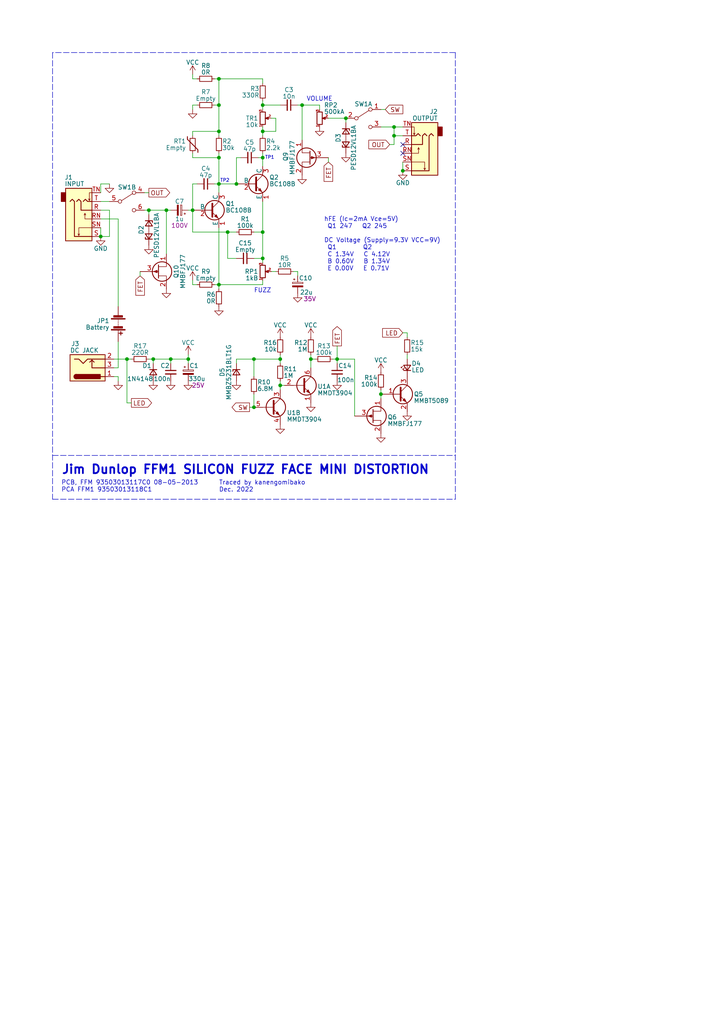
<source format=kicad_sch>
(kicad_sch (version 20211123) (generator eeschema)
  (paper "A4" portrait)
  (lib_symbols
    (symbol "AudioJack3_Switch_1"
      (property "Reference" "JK2" (at -5.3975 12.065 0))
      (property "Value" "AudioJack3_Switch_1" (at -5.3975 10.16 0))
      (symbol "AudioJack3_Switch_1_0_1"
        (rectangle (start -5.08 -5.08) (end -6.35 -7.62) (stroke (width 0.254)) (fill (type outline)))
        (polyline (pts (xy -1.27 4.826) (xy -1.016 4.318)))
        (polyline (pts (xy 0.508 -1.651) (xy 0.254 -1.143)))
        (polyline (pts (xy 1.778 -5.334) (xy 2.032 -5.842)))
        (polyline (pts (xy 0 -5.08) (xy 0.635 -5.715) (xy 1.27 -5.08) (xy 2.54 -5.08)) (stroke (width 0.254)))
        (polyline (pts (xy 2.54 -7.62) (xy 1.778 -7.62) (xy 1.778 -5.334) (xy 1.524 -5.842)))
        (polyline (pts (xy 2.54 0) (xy 0.508 0) (xy 0.508 -1.651) (xy 0.762 -1.143)))
        (polyline (pts (xy 2.54 2.54) (xy -1.27 2.54) (xy -1.27 4.826) (xy -1.524 4.318)))
        (polyline (pts (xy -1.905 -5.08) (xy -1.27 -5.715) (xy -0.635 -5.08) (xy -0.635 -2.54) (xy 2.54 -2.54)) (stroke (width 0.254)))
        (polyline (pts (xy 2.54 5.08) (xy -2.54 5.08) (xy -2.54 -5.08) (xy -3.175 -5.715) (xy -3.81 -5.08)) (stroke (width 0.254)))
        (rectangle (start 2.54 6.35) (end -5.08 -8.89) (stroke (width 0.254)) (fill (type background)))
      )
      (symbol "AudioJack3_Switch_1_1_1"
        (pin passive line (at 5.08 -2.54 180) (length 2.54) (name "~") (number "R"))
        (pin passive line (at 5.08 0 180) (length 2.54) (name "~") (number "RN"))
        (pin passive line (at 5.08 5.08 180) (length 2.54) (name "~") (number "S"))
        (pin passive line (at 5.08 2.54 180) (length 2.54) (name "~") (number "SN"))
        (pin passive line (at 5.08 -5.08 180) (length 2.54) (name "~") (number "T"))
        (pin passive line (at 5.08 -7.62 180) (length 2.54) (name "~") (number "TN"))
      )
    )
    (symbol "Connector:Barrel_Jack_Switch" (pin_names hide)
      (property "Reference" "J" (at 0 5.334 0))
      (property "Value" "Barrel_Jack_Switch" (at 0 -5.08 0))
      (symbol "Barrel_Jack_Switch_0_1"
        (rectangle (start -5.08 3.81) (end 5.08 -3.81) (stroke (width 0.254)) (fill (type background)))
        (arc (start -3.302 3.175) (mid -3.937 2.54) (end -3.302 1.905) (stroke (width 0.254)))
        (arc (start -3.302 3.175) (mid -3.937 2.54) (end -3.302 1.905) (stroke (width 0.254)) (fill (type outline)))
        (polyline (pts (xy 1.27 -2.286) (xy 1.905 -1.651)) (stroke (width 0.254)))
        (polyline (pts (xy 5.08 2.54) (xy 3.81 2.54)) (stroke (width 0.254)))
        (polyline (pts (xy 5.08 0) (xy 1.27 0) (xy 1.27 -2.286) (xy 0.635 -1.651)) (stroke (width 0.254)))
        (polyline (pts (xy -3.81 -2.54) (xy -2.54 -2.54) (xy -1.27 -1.27) (xy 0 -2.54) (xy 2.54 -2.54) (xy 5.08 -2.54)) (stroke (width 0.254)))
        (rectangle (start 3.683 3.175) (end -3.302 1.905) (stroke (width 0.254)) (fill (type outline)))
      )
      (symbol "Barrel_Jack_Switch_1_1"
        (pin passive line (at 7.62 2.54 180) (length 2.54) (name "~") (number "1"))
        (pin passive line (at 7.62 -2.54 180) (length 2.54) (name "~") (number "2"))
        (pin passive line (at 7.62 0 180) (length 2.54) (name "~") (number "3"))
      )
    )
    (symbol "Device:Battery" (pin_numbers hide) (pin_names (offset 0) hide)
      (property "Reference" "BT" (at 2.54 2.54 0))
      (property "Value" "Battery" (at 2.54 0 0))
      (symbol "Battery_0_1"
        (rectangle (start -2.032 -1.397) (end 2.032 -1.651) (fill (type outline)))
        (rectangle (start -2.032 1.778) (end 2.032 1.524) (fill (type outline)))
        (rectangle (start -1.3208 -1.9812) (end 1.27 -2.4892) (fill (type outline)))
        (rectangle (start -1.3208 1.1938) (end 1.27 0.6858) (fill (type outline)))
        (polyline (pts (xy 0 -1.524) (xy 0 -1.27)))
        (polyline (pts (xy 0 -1.016) (xy 0 -0.762)))
        (polyline (pts (xy 0 -0.508) (xy 0 -0.254)))
        (polyline (pts (xy 0 0) (xy 0 0.254)))
        (polyline (pts (xy 0 0.508) (xy 0 0.762)))
        (polyline (pts (xy 0 1.778) (xy 0 2.54)))
        (polyline (pts (xy 0.254 2.667) (xy 1.27 2.667)) (stroke (width 0.254)))
        (polyline (pts (xy 0.762 3.175) (xy 0.762 2.159)) (stroke (width 0.254)))
      )
      (symbol "Battery_1_1"
        (pin passive line (at 0 5.08 270) (length 2.54) (name "+") (number "1"))
        (pin passive line (at 0 -5.08 90) (length 2.54) (name "-") (number "2"))
      )
    )
    (symbol "Device:C_Polarized_Small" (pin_numbers hide) (pin_names (offset 0.254) hide)
      (property "Reference" "C" (at 0.254 1.778 0))
      (property "Value" "C_Polarized_Small" (at 0.254 -2.032 0))
      (symbol "C_Polarized_Small_0_1"
        (rectangle (start -1.524 -0.3048) (end 1.524 -0.6858) (fill (type outline)))
        (rectangle (start -1.524 0.6858) (end 1.524 0.3048))
        (polyline (pts (xy -1.27 1.524) (xy -0.762 1.524)))
        (polyline (pts (xy -1.016 1.27) (xy -1.016 1.778)))
      )
      (symbol "C_Polarized_Small_1_1"
        (pin passive line (at 0 2.54 270) (length 1.8542) (name "~") (number "1"))
        (pin passive line (at 0 -2.54 90) (length 1.8542) (name "~") (number "2"))
      )
    )
    (symbol "Device:C_Small" (pin_numbers hide) (pin_names (offset 0.254) hide)
      (property "Reference" "C" (at 0.254 1.778 0))
      (property "Value" "C_Small" (at 0.254 -2.032 0))
      (symbol "C_Small_0_1"
        (polyline (pts (xy -1.524 -0.508) (xy 1.524 -0.508)) (stroke (width 0.3302)))
        (polyline (pts (xy -1.524 0.508) (xy 1.524 0.508)) (stroke (width 0.3048)))
      )
      (symbol "C_Small_1_1"
        (pin passive line (at 0 2.54 270) (length 2.032) (name "~") (number "1"))
        (pin passive line (at 0 -2.54 90) (length 2.032) (name "~") (number "2"))
      )
    )
    (symbol "Device:D_Small" (pin_numbers hide) (pin_names (offset 0.254) hide)
      (property "Reference" "D" (at -1.27 2.032 0))
      (property "Value" "D_Small" (at -3.81 -2.032 0))
      (symbol "D_Small_0_1"
        (polyline (pts (xy -0.762 -1.016) (xy -0.762 1.016)) (stroke (width 0.254)))
        (polyline (pts (xy -0.762 0) (xy 0.762 0)))
        (polyline (pts (xy 0.762 -1.016) (xy -0.762 0) (xy 0.762 1.016) (xy 0.762 -1.016)) (stroke (width 0.254)))
      )
      (symbol "D_Small_1_1"
        (pin passive line (at -2.54 0 0) (length 1.778) (name "K") (number "1"))
        (pin passive line (at 2.54 0 180) (length 1.778) (name "A") (number "2"))
      )
    )
    (symbol "Device:D_Zener_Small" (pin_numbers hide) (pin_names (offset 0.254) hide)
      (property "Reference" "D" (at 0 2.286 0))
      (property "Value" "D_Zener_Small" (at 0 -2.286 0))
      (symbol "D_Zener_Small_0_1"
        (polyline (pts (xy 0.762 0) (xy -0.762 0)))
        (polyline (pts (xy -0.254 1.016) (xy -0.762 1.016) (xy -0.762 -1.016)) (stroke (width 0.254)))
        (polyline (pts (xy 0.762 1.016) (xy -0.762 0) (xy 0.762 -1.016) (xy 0.762 1.016)) (stroke (width 0.254)))
      )
      (symbol "D_Zener_Small_1_1"
        (pin passive line (at -2.54 0 0) (length 1.778) (name "K") (number "1"))
        (pin passive line (at 2.54 0 180) (length 1.778) (name "A") (number "2"))
      )
    )
    (symbol "Device:LED_Small" (pin_numbers hide) (pin_names (offset 0.254) hide)
      (property "Reference" "D" (at -1.27 3.175 0))
      (property "Value" "LED_Small" (at -4.445 -2.54 0))
      (symbol "LED_Small_0_1"
        (polyline (pts (xy -0.762 -1.016) (xy -0.762 1.016)) (stroke (width 0.254)))
        (polyline (pts (xy 1.016 0) (xy -0.762 0)))
        (polyline (pts (xy 0.762 -1.016) (xy -0.762 0) (xy 0.762 1.016) (xy 0.762 -1.016)) (stroke (width 0.254)))
        (polyline (pts (xy 0 0.762) (xy -0.508 1.27) (xy -0.254 1.27) (xy -0.508 1.27) (xy -0.508 1.016)))
        (polyline (pts (xy 0.508 1.27) (xy 0 1.778) (xy 0.254 1.778) (xy 0 1.778) (xy 0 1.524)))
      )
      (symbol "LED_Small_1_1"
        (pin passive line (at -2.54 0 0) (length 1.778) (name "K") (number "1"))
        (pin passive line (at 2.54 0 180) (length 1.778) (name "A") (number "2"))
      )
    )
    (symbol "Device:Q_NPN_BEC" (pin_names (offset 0) hide)
      (property "Reference" "Q" (at 5.08 1.27 0))
      (property "Value" "Q_NPN_BEC" (at 5.08 -1.27 0))
      (symbol "Q_NPN_BEC_0_1"
        (polyline (pts (xy 0.635 0.635) (xy 2.54 2.54)))
        (polyline (pts (xy 0.635 -0.635) (xy 2.54 -2.54) (xy 2.54 -2.54)))
        (polyline (pts (xy 0.635 1.905) (xy 0.635 -1.905) (xy 0.635 -1.905)) (stroke (width 0.508)))
        (polyline (pts (xy 1.27 -1.778) (xy 1.778 -1.27) (xy 2.286 -2.286) (xy 1.27 -1.778) (xy 1.27 -1.778)) (fill (type outline)))
        (circle (center 1.27 0) (radius 2.8194) (stroke (width 0.254)))
      )
      (symbol "Q_NPN_BEC_1_1"
        (pin input line (at -5.08 0 0) (length 5.715) (name "B") (number "1"))
        (pin passive line (at 2.54 -5.08 90) (length 2.54) (name "E") (number "2"))
        (pin passive line (at 2.54 5.08 270) (length 2.54) (name "C") (number "3"))
      )
    )
    (symbol "Device:Q_NPN_EBC" (pin_names (offset 0))
      (property "Reference" "Q" (at 5.08 1.27 0))
      (property "Value" "Q_NPN_EBC" (at 5.08 -1.27 0))
      (symbol "Q_NPN_EBC_0_1"
        (polyline (pts (xy 0.635 0.635) (xy 2.54 2.54)))
        (polyline (pts (xy 0.635 -0.635) (xy 2.54 -2.54) (xy 2.54 -2.54)))
        (polyline (pts (xy 0.635 1.905) (xy 0.635 -1.905) (xy 0.635 -1.905)) (stroke (width 0.508)))
        (polyline (pts (xy 1.27 -1.778) (xy 1.778 -1.27) (xy 2.286 -2.286) (xy 1.27 -1.778) (xy 1.27 -1.778)) (fill (type outline)))
        (circle (center 1.27 0) (radius 2.8194) (stroke (width 0.254)))
      )
      (symbol "Q_NPN_EBC_1_1"
        (pin passive line (at 2.54 -5.08 90) (length 2.54) (name "E") (number "1"))
        (pin passive line (at -5.08 0 0) (length 5.715) (name "B") (number "2"))
        (pin passive line (at 2.54 5.08 270) (length 2.54) (name "C") (number "3"))
      )
    )
    (symbol "Device:Q_PJFET_DSG" (pin_names (offset 0) hide)
      (property "Reference" "Q" (at 5.08 1.27 0))
      (property "Value" "Q_PJFET_DSG" (at 5.08 -1.27 0))
      (symbol "Q_PJFET_DSG_0_1"
        (polyline (pts (xy 0.254 1.905) (xy 0.254 -1.905) (xy 0.254 -1.905)) (stroke (width 0.254)))
        (polyline (pts (xy 2.54 -2.54) (xy 2.54 -1.27) (xy 0.254 -1.27)))
        (polyline (pts (xy 2.54 2.54) (xy 2.54 1.397) (xy 0.254 1.397)))
        (polyline (pts (xy -1.143 0) (xy -0.127 0.381) (xy -0.127 -0.381) (xy -1.143 0)) (fill (type outline)))
        (circle (center 1.27 0) (radius 2.8194) (stroke (width 0.254)))
      )
      (symbol "Q_PJFET_DSG_1_1"
        (pin passive line (at 2.54 5.08 270) (length 2.54) (name "D") (number "1"))
        (pin passive line (at 2.54 -5.08 90) (length 2.54) (name "S") (number "2"))
        (pin input line (at -5.08 0 0) (length 5.334) (name "G") (number "3"))
      )
    )
    (symbol "Device:R_Potentiometer_Small" (pin_names (offset 1.016) hide)
      (property "Reference" "RV" (at -4.445 0 90))
      (property "Value" "R_Potentiometer_Small" (at -2.54 0 90))
      (symbol "R_Potentiometer_Small_0_1"
        (polyline (pts (xy 0.889 0) (xy 0.635 0) (xy 1.651 0.381) (xy 1.651 -0.381) (xy 0.635 0) (xy 0.889 0)) (fill (type outline)))
        (rectangle (start 0.762 1.8034) (end -0.762 -1.8034) (stroke (width 0.254)))
      )
      (symbol "R_Potentiometer_Small_1_1"
        (pin passive line (at 0 2.54 270) (length 0.635) (name "1") (number "1"))
        (pin passive line (at 2.54 0 180) (length 0.9906) (name "2") (number "2"))
        (pin passive line (at 0 -2.54 90) (length 0.635) (name "3") (number "3"))
      )
    )
    (symbol "Device:R_Small" (pin_numbers hide) (pin_names (offset 0.254) hide)
      (property "Reference" "R" (at 0.762 0.508 0))
      (property "Value" "R_Small" (at 0.762 -1.016 0))
      (symbol "R_Small_0_1"
        (rectangle (start -0.762 1.778) (end 0.762 -1.778) (stroke (width 0.2032)))
      )
      (symbol "R_Small_1_1"
        (pin passive line (at 0 2.54 270) (length 0.762) (name "~") (number "1"))
        (pin passive line (at 0 -2.54 90) (length 0.762) (name "~") (number "2"))
      )
    )
    (symbol "Q_NPN_EBC_1" (pin_names (offset 0))
      (property "Reference" "Q" (at 5.08 1.27 0))
      (property "Value" "Q_NPN_EBC_1" (at 5.08 -1.27 0))
      (symbol "Q_NPN_EBC_1_0_1"
        (polyline (pts (xy 0.635 0.635) (xy 2.54 2.54)))
        (polyline (pts (xy 0.635 -0.635) (xy 2.54 -2.54) (xy 2.54 -2.54)))
        (polyline (pts (xy 0.635 1.905) (xy 0.635 -1.905) (xy 0.635 -1.905)) (stroke (width 0.508)))
        (polyline (pts (xy 1.27 -1.778) (xy 1.778 -1.27) (xy 2.286 -2.286) (xy 1.27 -1.778) (xy 1.27 -1.778)) (fill (type outline)))
        (circle (center 1.27 0) (radius 2.8194) (stroke (width 0.254)))
      )
      (symbol "Q_NPN_EBC_1_1_1"
        (pin passive line (at 2.54 -5.08 90) (length 2.54) (name "E") (number "1"))
        (pin passive line (at -5.08 0 0) (length 5.715) (name "B") (number "2"))
        (pin passive line (at 2.54 5.08 270) (length 2.54) (name "C") (number "3"))
      )
    )
    (symbol "R_Small_1" (pin_numbers hide) (pin_names (offset 0.254) hide)
      (property "Reference" "RT1" (at -1.905 0.9525 0))
      (property "Value" "Empty" (at -1.905 -0.9525 0))
      (symbol "R_Small_1_0_1"
        (rectangle (start -0.762 1.778) (end 0.762 -1.778) (stroke (width 0.2032)))
        (polyline (pts (xy -1.524 1.524) (xy -1.524 2.286)) (stroke (width 0.254)))
        (polyline (pts (xy -1.524 1.524) (xy 1.524 -1.524) (xy 1.524 -2.286)) (stroke (width 0.254)))
      )
      (symbol "R_Small_1_1_1"
        (pin passive line (at 0 2.54 270) (length 0.762) (name "~") (number "1"))
        (pin passive line (at 0 -2.54 90) (length 0.762) (name "~") (number "2"))
      )
    )
    (symbol "Switch:SW_DPDT_x2" (pin_names (offset 0) hide)
      (property "Reference" "SW" (at 0 4.318 0))
      (property "Value" "SW_DPDT_x2" (at 0 -5.08 0))
      (symbol "SW_DPDT_x2_0_0"
        (circle (center -2.032 0) (radius 0.508))
        (circle (center 2.032 -2.54) (radius 0.508))
      )
      (symbol "SW_DPDT_x2_0_1"
        (polyline (pts (xy -1.524 0.254) (xy 1.651 2.286)))
        (circle (center 2.032 2.54) (radius 0.508))
      )
      (symbol "SW_DPDT_x2_1_1"
        (pin passive line (at 5.08 2.54 180) (length 2.54) (name "A") (number "1"))
        (pin passive line (at -5.08 0 0) (length 2.54) (name "B") (number "2"))
        (pin passive line (at 5.08 -2.54 180) (length 2.54) (name "C") (number "3"))
      )
      (symbol "SW_DPDT_x2_2_1"
        (pin passive line (at 5.08 2.54 180) (length 2.54) (name "A") (number "4"))
        (pin passive line (at -5.08 0 0) (length 2.54) (name "B") (number "5"))
        (pin passive line (at 5.08 -2.54 180) (length 2.54) (name "C") (number "6"))
      )
    )
    (symbol "Transistor_BJT:MMDT3904" (pin_names (offset 0) hide)
      (property "Reference" "Q" (at 5.08 1.27 0))
      (property "Value" "MMDT3904" (at 5.08 -1.27 0))
      (symbol "MMDT3904_0_1"
        (polyline (pts (xy 0.635 0) (xy -2.54 0)))
        (polyline (pts (xy 0.635 0.635) (xy 2.54 2.54)))
        (polyline (pts (xy 0.635 -0.635) (xy 2.54 -2.54) (xy 2.54 -2.54)))
        (polyline (pts (xy 0.635 1.905) (xy 0.635 -1.905) (xy 0.635 -1.905)) (stroke (width 0.508)))
        (polyline (pts (xy 1.27 -1.778) (xy 1.778 -1.27) (xy 2.286 -2.286) (xy 1.27 -1.778) (xy 1.27 -1.778)) (fill (type outline)))
        (circle (center 1.27 0) (radius 2.8194) (stroke (width 0.254)))
      )
      (symbol "MMDT3904_1_1"
        (pin passive line (at 2.54 -5.08 90) (length 2.54) (name "E1") (number "1"))
        (pin input line (at -5.08 0 0) (length 2.54) (name "B1") (number "2"))
        (pin passive line (at 2.54 5.08 270) (length 2.54) (name "C1") (number "6"))
      )
      (symbol "MMDT3904_2_1"
        (pin passive line (at 2.54 5.08 270) (length 2.54) (name "C2") (number "3"))
        (pin passive line (at 2.54 -5.08 90) (length 2.54) (name "E2") (number "4"))
        (pin input line (at -5.08 0 0) (length 2.54) (name "B2") (number "5"))
      )
    )
    (symbol "myLib:PESDxL1BA" (pin_numbers hide) (pin_names (offset 0.254) hide)
      (property "Reference" "D" (at 0 2.286 0))
      (property "Value" "PESDxL1BA" (at 0 -2.286 0))
      (symbol "PESDxL1BA_0_1"
        (polyline (pts (xy 3.048 0) (xy -0.762 0)))
        (polyline (pts (xy 3.048 0) (xy 4.572 0)))
        (polyline (pts (xy -0.254 1.016) (xy -0.762 1.016) (xy -0.762 -1.016)) (stroke (width 0.254)))
        (polyline (pts (xy 4.064 -1.016) (xy 4.572 -1.016) (xy 4.572 1.016)) (stroke (width 0.254)))
        (polyline (pts (xy 0.762 1.016) (xy -0.762 0) (xy 0.762 -1.016) (xy 0.762 1.016)) (stroke (width 0.254)))
        (polyline (pts (xy 3.048 -1.016) (xy 4.572 0) (xy 3.048 1.016) (xy 3.048 -1.016)) (stroke (width 0.254)))
      )
      (symbol "PESDxL1BA_1_1"
        (pin passive line (at -2.54 0 0) (length 1.778) (name "K") (number "1"))
        (pin passive line (at 6.35 0 180) (length 1.778) (name "A") (number "2"))
      )
    )
    (symbol "power:GND" (power) (pin_names (offset 0))
      (property "Value" "GND" (at 0 -3.81 0))
      (symbol "GND_0_1"
        (polyline (pts (xy 0 0) (xy 0 -1.27) (xy 1.27 -1.27) (xy 0 -2.54) (xy -1.27 -1.27) (xy 0 -1.27)))
      )
      (symbol "GND_1_1"
        (pin power_in line (at 0 0 270) (length 0) hide (name "GND") (number "1"))
      )
    )
    (symbol "power:VCC" (power) (pin_names (offset 0))
      (property "Value" "VCC" (at 0 3.81 0))
      (symbol "VCC_0_1"
        (polyline (pts (xy -0.762 1.27) (xy 0 2.54)))
        (polyline (pts (xy 0 0) (xy 0 2.54)))
        (polyline (pts (xy 0 2.54) (xy 0.762 1.27)))
      )
      (symbol "VCC_1_1"
        (pin power_in line (at 0 0 90) (length 0) hide (name "VCC") (number "1"))
      )
    )
  )
  (junction (at 73.66 118.11))
  (junction (at 81.28 104.14))
  (junction (at 63.5 53.34))
  (junction (at 76.2 45.72))
  (junction (at 63.5 82.55))
  (junction (at 110.49 114.3))
  (junction (at 55.88 60.96))
  (junction (at 73.66 104.14))
  (junction (at 114.3 39.37))
  (junction (at 54.61 104.14))
  (junction (at 63.5 45.72))
  (junction (at 43.18 60.96))
  (junction (at 48.26 60.96))
  (junction (at 68.58 53.34))
  (junction (at 76.2 30.48))
  (junction (at 81.28 111.76))
  (junction (at 76.2 74.93))
  (junction (at 44.45 104.14))
  (junction (at 114.3 36.83))
  (junction (at 100.33 34.29))
  (junction (at 63.5 38.1))
  (junction (at 76.2 38.1))
  (junction (at 116.84 49.53))
  (junction (at 90.17 104.14))
  (junction (at 97.79 104.14))
  (junction (at 49.53 104.14))
  (junction (at 36.83 104.14))
  (junction (at 87.63 30.48))
  (junction (at 76.2 67.31))
  (junction (at 63.5 22.86))
  (junction (at 66.04 67.31))
  (junction (at 29.21 68.58))
  (junction (at 63.5 30.48))
  (no_connect (at 116.84 44.45))
  (no_connect (at 116.84 41.91))
  (wire (pts (xy 80.01 78.74) (xy 78.74 78.74)))
  (wire (pts (xy 113.03 41.91) (xy 114.3 41.91)))
  (wire (pts (xy 29.21 60.96) (xy 31.75 60.96)))
  (wire (pts (xy 29.21 53.34) (xy 31.75 53.34)))
  (wire (pts (xy 97.79 104.14) (xy 97.79 105.41)))
  (wire (pts (xy 110.49 31.75) (xy 111.76 31.75)))
  (wire (pts (xy 54.61 104.14) (xy 54.61 102.87)))
  (wire (pts (xy 31.75 60.96) (xy 31.75 68.58)))
  (wire (pts (xy 29.21 55.88) (xy 29.21 53.34)))
  (wire (pts (xy 68.58 45.72) (xy 68.58 53.34)))
  (wire (pts (xy 73.66 104.14) (xy 73.66 109.22)))
  (wire (pts (xy 55.88 67.31) (xy 55.88 60.96)))
  (wire (pts (xy 68.58 53.34) (xy 63.5 53.34)))
  (wire (pts (xy 82.55 111.76) (xy 81.28 111.76)))
  (wire (pts (xy 87.63 30.48) (xy 92.71 30.48)))
  (wire (pts (xy 90.17 104.14) (xy 90.17 102.87)))
  (wire (pts (xy 76.2 24.13) (xy 76.2 22.86)))
  (wire (pts (xy 114.3 39.37) (xy 114.3 36.83)))
  (wire (pts (xy 118.11 104.14) (xy 118.11 102.87)))
  (wire (pts (xy 91.44 104.14) (xy 90.17 104.14)))
  (wire (pts (xy 33.02 109.22) (xy 34.29 109.22)))
  (wire (pts (xy 76.2 45.72) (xy 76.2 48.26)))
  (wire (pts (xy 49.53 60.96) (xy 48.26 60.96)))
  (wire (pts (xy 34.29 109.22) (xy 34.29 110.49)))
  (polyline (pts (xy 132.08 15.24) (xy 15.24 15.24)))
  (wire (pts (xy 55.88 81.28) (xy 55.88 82.55)))
  (wire (pts (xy 43.18 62.23) (xy 43.18 60.96)))
  (wire (pts (xy 95.25 46.99) (xy 95.25 45.72)))
  (wire (pts (xy 73.66 118.11) (xy 72.39 118.11)))
  (wire (pts (xy 87.63 30.48) (xy 87.63 40.64)))
  (wire (pts (xy 76.2 39.37) (xy 76.2 38.1)))
  (wire (pts (xy 81.28 104.14) (xy 81.28 102.87)))
  (wire (pts (xy 36.83 104.14) (xy 38.1 104.14)))
  (wire (pts (xy 55.88 60.96) (xy 54.61 60.96)))
  (wire (pts (xy 76.2 38.1) (xy 80.01 38.1)))
  (wire (pts (xy 63.5 82.55) (xy 76.2 82.55)))
  (polyline (pts (xy 132.08 15.24) (xy 132.08 144.78)))
  (wire (pts (xy 102.87 104.14) (xy 102.87 120.65)))
  (wire (pts (xy 116.84 36.83) (xy 114.3 36.83)))
  (wire (pts (xy 63.5 53.34) (xy 62.23 53.34)))
  (wire (pts (xy 73.66 114.3) (xy 73.66 118.11)))
  (wire (pts (xy 55.88 22.86) (xy 57.15 22.86)))
  (wire (pts (xy 29.21 66.04) (xy 29.21 68.58)))
  (wire (pts (xy 97.79 104.14) (xy 97.79 100.33)))
  (wire (pts (xy 110.49 113.03) (xy 110.49 114.3)))
  (wire (pts (xy 73.66 74.93) (xy 76.2 74.93)))
  (wire (pts (xy 114.3 41.91) (xy 114.3 39.37)))
  (wire (pts (xy 81.28 113.03) (xy 81.28 111.76)))
  (wire (pts (xy 55.88 39.37) (xy 55.88 38.1)))
  (wire (pts (xy 44.45 105.41) (xy 44.45 104.14)))
  (wire (pts (xy 43.18 55.88) (xy 41.91 55.88)))
  (wire (pts (xy 33.02 104.14) (xy 36.83 104.14)))
  (wire (pts (xy 95.25 34.29) (xy 100.33 34.29)))
  (wire (pts (xy 63.5 83.82) (xy 63.5 82.55)))
  (wire (pts (xy 76.2 74.93) (xy 76.2 67.31)))
  (wire (pts (xy 55.88 30.48) (xy 55.88 31.75)))
  (wire (pts (xy 116.84 96.52) (xy 118.11 96.52)))
  (wire (pts (xy 86.36 78.74) (xy 86.36 80.01)))
  (wire (pts (xy 63.5 45.72) (xy 63.5 44.45)))
  (wire (pts (xy 63.5 53.34) (xy 63.5 45.72)))
  (wire (pts (xy 100.33 35.56) (xy 100.33 34.29)))
  (wire (pts (xy 81.28 111.76) (xy 81.28 110.49)))
  (wire (pts (xy 55.88 38.1) (xy 63.5 38.1)))
  (wire (pts (xy 49.53 105.41) (xy 49.53 104.14)))
  (wire (pts (xy 68.58 104.14) (xy 68.58 105.41)))
  (wire (pts (xy 81.28 105.41) (xy 81.28 104.14)))
  (wire (pts (xy 63.5 22.86) (xy 62.23 22.86)))
  (wire (pts (xy 76.2 67.31) (xy 73.66 67.31)))
  (wire (pts (xy 57.15 30.48) (xy 55.88 30.48)))
  (polyline (pts (xy 15.24 144.78) (xy 132.08 144.78)))
  (wire (pts (xy 110.49 115.57) (xy 110.49 114.3)))
  (wire (pts (xy 63.5 22.86) (xy 63.5 30.48)))
  (wire (pts (xy 66.04 74.93) (xy 68.58 74.93)))
  (wire (pts (xy 55.88 67.31) (xy 66.04 67.31)))
  (wire (pts (xy 55.88 21.59) (xy 55.88 22.86)))
  (wire (pts (xy 76.2 58.42) (xy 76.2 67.31)))
  (wire (pts (xy 76.2 30.48) (xy 76.2 31.75)))
  (wire (pts (xy 63.5 38.1) (xy 63.5 39.37)))
  (wire (pts (xy 116.84 39.37) (xy 114.3 39.37)))
  (wire (pts (xy 81.28 30.48) (xy 76.2 30.48)))
  (wire (pts (xy 97.79 104.14) (xy 102.87 104.14)))
  (wire (pts (xy 110.49 36.83) (xy 114.3 36.83)))
  (wire (pts (xy 76.2 29.21) (xy 76.2 30.48)))
  (wire (pts (xy 118.11 96.52) (xy 118.11 97.79)))
  (wire (pts (xy 63.5 66.04) (xy 63.5 82.55)))
  (wire (pts (xy 63.5 82.55) (xy 62.23 82.55)))
  (wire (pts (xy 44.45 104.14) (xy 49.53 104.14)))
  (wire (pts (xy 96.52 104.14) (xy 97.79 104.14)))
  (wire (pts (xy 31.75 68.58) (xy 29.21 68.58)))
  (wire (pts (xy 41.91 60.96) (xy 43.18 60.96)))
  (wire (pts (xy 34.29 99.06) (xy 34.29 106.68)))
  (wire (pts (xy 36.83 104.14) (xy 36.83 116.84)))
  (wire (pts (xy 90.17 106.68) (xy 90.17 104.14)))
  (wire (pts (xy 55.88 82.55) (xy 57.15 82.55)))
  (wire (pts (xy 85.09 78.74) (xy 86.36 78.74)))
  (wire (pts (xy 34.29 63.5) (xy 34.29 88.9)))
  (wire (pts (xy 66.04 67.31) (xy 68.58 67.31)))
  (wire (pts (xy 68.58 45.72) (xy 69.85 45.72)))
  (wire (pts (xy 29.21 58.42) (xy 31.75 58.42)))
  (wire (pts (xy 76.2 22.86) (xy 63.5 22.86)))
  (wire (pts (xy 49.53 104.14) (xy 54.61 104.14)))
  (wire (pts (xy 80.01 34.29) (xy 78.74 34.29)))
  (wire (pts (xy 55.88 45.72) (xy 55.88 44.45)))
  (wire (pts (xy 63.5 30.48) (xy 63.5 38.1)))
  (wire (pts (xy 54.61 105.41) (xy 54.61 104.14)))
  (wire (pts (xy 92.71 30.48) (xy 92.71 31.75)))
  (wire (pts (xy 43.18 104.14) (xy 44.45 104.14)))
  (wire (pts (xy 40.64 78.74) (xy 40.64 80.01)))
  (wire (pts (xy 63.5 53.34) (xy 63.5 55.88)))
  (wire (pts (xy 36.83 116.84) (xy 38.1 116.84)))
  (wire (pts (xy 55.88 45.72) (xy 63.5 45.72)))
  (wire (pts (xy 74.93 45.72) (xy 76.2 45.72)))
  (polyline (pts (xy 15.24 15.24) (xy 15.24 144.78)))
  (wire (pts (xy 43.18 60.96) (xy 48.26 60.96)))
  (wire (pts (xy 80.01 38.1) (xy 80.01 34.29)))
  (wire (pts (xy 76.2 76.2) (xy 76.2 74.93)))
  (wire (pts (xy 76.2 82.55) (xy 76.2 81.28)))
  (wire (pts (xy 57.15 53.34) (xy 55.88 53.34)))
  (wire (pts (xy 76.2 36.83) (xy 76.2 38.1)))
  (polyline (pts (xy 15.24 132.08) (xy 132.08 132.08)))
  (wire (pts (xy 48.26 60.96) (xy 48.26 73.66)))
  (wire (pts (xy 73.66 104.14) (xy 68.58 104.14)))
  (wire (pts (xy 33.02 106.68) (xy 34.29 106.68)))
  (wire (pts (xy 29.21 63.5) (xy 34.29 63.5)))
  (wire (pts (xy 81.28 104.14) (xy 73.66 104.14)))
  (wire (pts (xy 62.23 30.48) (xy 63.5 30.48)))
  (wire (pts (xy 66.04 74.93) (xy 66.04 67.31)))
  (wire (pts (xy 55.88 53.34) (xy 55.88 60.96)))
  (wire (pts (xy 76.2 44.45) (xy 76.2 45.72)))
  (wire (pts (xy 116.84 46.99) (xy 116.84 49.53)))
  (wire (pts (xy 86.36 30.48) (xy 87.63 30.48)))
  (text "TP2" (at 63.8175 53.0225 0) (effects (font (size 0.9525 0.9525)) (justify left bottom)))
  (text "Jim Dunlop FFM1 SILICON FUZZ FACE MINI DISTORTION" (at 17.78 137.795 0) (effects (font (size 2.54 2.54) (thickness 0.508) bold) (justify left bottom)))
  (text "TP1" (at 76.835 46.355 0) (effects (font (size 0.9525 0.9525)) (justify left bottom)))
  (text "VOLUME" (at 88.9 29.5275 0) (effects (font (size 1.27 1.27)) (justify left bottom)))
  (text "hFE (Ic=2mA Vce=5V)\n Q1 247   Q2 245\n\nDC Voltage (Supply=9.3V VCC=9V)\n Q1        Q2\n C 1.34V   C 4.12V\n B 0.60V   B 1.34V\n E 0.00V   E 0.71V" (at 93.98 78.74 0) (effects (font (size 1.27 1.27)) (justify left bottom)))
  (text "FUZZ\n" (at 73.66 85.09 0) (effects (font (size 1.27 1.27)) (justify left bottom)))
  (text "Traced by kanengomibako\nDec. 2022" (at 63.5 142.875 0) (effects (font (size 1.27 1.27)) (justify left bottom)))
  (text "PCB, FFM 93503013117C0 08-05-2013\nPCA FFM1 93503013118C1" (at 17.78 142.875 0) (effects (font (size 1.27 1.27)) (justify left bottom)))
  (global_label "LED" (shape input) (at 116.84 96.52 180) (property "Intersheet References" "${INTERSHEET_REFS}" (effects hide)))
  (global_label "SW" (shape output) (at 72.39 118.11 180) (property "Intersheet References" "${INTERSHEET_REFS}" (effects hide)))
  (global_label "FET" (shape input) (at 40.64 80.01 270) (property "Intersheet References" "${INTERSHEET_REFS}" (effects hide)))
  (global_label "OUT" (shape input) (at 113.03 41.91 180) (property "Intersheet References" "${INTERSHEET_REFS}" (effects hide)))
  (global_label "FET" (shape output) (at 97.79 100.33 90) (property "Intersheet References" "${INTERSHEET_REFS}" (effects hide)))
  (global_label "LED" (shape output) (at 38.1 116.84 0) (property "Intersheet References" "${INTERSHEET_REFS}" (effects hide)))
  (global_label "FET" (shape input) (at 95.25 46.99 270) (property "Intersheet References" "${INTERSHEET_REFS}" (effects hide)))
  (global_label "OUT" (shape output) (at 43.18 55.88 0) (property "Intersheet References" "${INTERSHEET_REFS}" (effects hide)))
  (global_label "SW" (shape input) (at 111.76 31.75 0) (property "Intersheet References" "${INTERSHEET_REFS}" (effects hide)))
  (symbol (lib_id "power:GND") (at 110.49 125.73 0) (unit 1)
    (property "Reference" "#PWR022" (effects hide))
    (property "Value" "GND" (effects hide))
  )
  (symbol (lib_id "power:GND") (at 31.75 53.34 0) (unit 1)
    (property "Reference" "#PWR0101" (effects hide))
    (property "Value" "GND" (effects hide))
  )
  (symbol (lib_id "Device:R_Small") (at 59.69 30.48 90) (unit 1)
    (property "Reference" "R7" (at 59.69 26.67 90))
    (property "Value" "Empty" (at 59.69 28.575 90))
  )
  (symbol (lib_id "Transistor_BJT:MMDT3904") (at 78.74 118.11 0) (unit 2)
    (property "Reference" "U1" (at 83.185 119.6975 0) (effects (justify left)))
    (property "Value" "MMDT3904" (at 83.185 121.6025 0) (effects (justify left)))
  )
  (symbol (lib_id "power:VCC") (at 90.17 97.79 0) (unit 1)
    (property "Reference" "#PWR018" (effects hide))
    (property "Value" "VCC" (at 90.17 94.2975 0))
  )
  (symbol (lib_id "power:GND") (at 90.17 116.84 0) (unit 1)
    (property "Reference" "#PWR019" (effects hide))
    (property "Value" "GND" (effects hide))
  )
  (symbol (lib_id "Device:LED_Small") (at 118.11 106.68 90) (unit 1)
    (property "Reference" "D4" (at 119.38 105.41 90) (effects (justify right)))
    (property "Value" "LED" (at 119.38 107.315 90) (effects (justify right)))
  )
  (symbol (lib_id "power:GND") (at 87.63 50.8 0) (unit 1)
    (property "Reference" "#PWR016" (effects hide))
    (property "Value" "GND" (effects hide))
  )
  (symbol (lib_id "power:GND") (at 48.26 83.82 0) (unit 1)
    (property "Reference" "#PWR05" (effects hide))
    (property "Value" "GND" (effects hide))
  )
  (symbol (lib_id "Device:R_Small") (at 73.66 111.76 0) (unit 1)
    (property "Reference" "R10" (at 74.6125 110.8075 0) (effects (justify left)))
    (property "Value" "6.8M" (at 74.6125 112.7125 0) (effects (justify left)))
  )
  (symbol (lib_id "power:GND") (at 44.45 110.49 0) (unit 1)
    (property "Reference" "#PWR03" (effects hide))
    (property "Value" "GND" (effects hide))
  )
  (symbol (lib_id "Device:R_Small") (at 110.49 110.49 0) (mirror y) (unit 1)
    (property "Reference" "R14" (at 109.5375 109.5375 0) (effects (justify left)))
    (property "Value" "100k" (at 109.5375 111.4425 0) (effects (justify left)))
  )
  (symbol (lib_id "power:GND") (at 49.53 110.49 0) (unit 1)
    (property "Reference" "#PWR04" (effects hide))
    (property "Value" "GND" (effects hide))
  )
  (symbol (lib_id "myLib:PESDxL1BA") (at 43.18 68.58 90) (unit 1)
    (property "Reference" "D2" (at 40.9575 66.675 0))
    (property "Value" "PESD12VL1BA" (at 45.4025 68.2625 0))
  )
  (symbol (lib_id "Device:D_Zener_Small") (at 68.58 107.95 90) (mirror x) (unit 1)
    (property "Reference" "D5" (at 64.4525 107.95 0))
    (property "Value" "MMBZ5231BLT1G" (at 66.3575 107.95 0))
  )
  (symbol (lib_id "Device:C_Polarized_Small") (at 86.36 82.55 0) (unit 1)
    (property "Reference" "C10" (at 86.6775 80.645 0) (effects (justify left)))
    (property "Value" "22u" (at 86.995 84.7725 0) (effects (justify left)))
    (property "V" "35V" (at 89.8525 86.6775 0))
  )
  (symbol (lib_id "Device:Q_NPN_BEC") (at 115.57 114.3 0) (unit 1)
    (property "Reference" "Q5" (at 120.015 114.3 0) (effects (justify left)))
    (property "Value" "MMBT5089" (at 120.015 116.205 0) (effects (justify left)))
  )
  (symbol (lib_name "Q_NPN_EBC_1") (lib_id "Device:Q_NPN_EBC") (at 60.96 60.96 0) (unit 1)
    (property "Reference" "Q1" (at 65.405 59.055 0) (effects (justify left)))
    (property "Value" "BC108B" (at 65.405 60.96 0) (effects (justify left)))
  )
  (symbol (lib_id "power:VCC") (at 54.61 102.87 0) (unit 1)
    (property "Reference" "#PWR06" (effects hide))
    (property "Value" "VCC" (at 54.61 99.3775 0))
  )
  (symbol (lib_id "Device:C_Polarized_Small") (at 54.61 107.95 0) (unit 1)
    (property "Reference" "C1" (at 54.9275 106.045 0) (effects (justify left)))
    (property "Value" "330u" (at 54.61 109.855 0) (effects (justify left)))
    (property "V" "25V" (at 57.4675 111.76 0))
  )
  (symbol (lib_id "Device:R_Potentiometer_Small") (at 76.2 34.29 0) (mirror x) (unit 1)
    (property "Reference" "TR1" (at 74.93 34.29 0) (effects (justify right)))
    (property "Value" "10k" (at 74.93 36.195 0) (effects (justify right)))
  )
  (symbol (lib_id "Switch:SW_DPDT_x2") (at 36.83 58.42 0) (unit 2)
    (property "Reference" "SW1" (at 36.83 54.2925 0))
    (property "Value" "SW_DPDT" (effects hide))
  )
  (symbol (lib_id "power:GND") (at 34.29 110.49 0) (unit 1)
    (property "Reference" "#PWR02" (effects hide))
    (property "Value" "GND" (effects hide))
  )
  (symbol (lib_id "Device:R_Small") (at 63.5 86.36 0) (mirror y) (unit 1)
    (property "Reference" "R6" (at 62.5475 85.4075 0) (effects (justify left)))
    (property "Value" "0R" (at 62.5475 87.3125 0) (effects (justify left)))
  )
  (symbol (lib_id "Device:R_Potentiometer_Small") (at 76.2 78.74 0) (mirror x) (unit 1)
    (property "Reference" "RP1" (at 74.93 78.74 0) (effects (justify right)))
    (property "Value" "1kB" (at 74.93 80.645 0) (effects (justify right)))
  )
  (symbol (lib_id "Device:C_Small") (at 49.53 107.95 0) (mirror y) (unit 1)
    (property "Reference" "C2" (at 49.2125 106.045 0) (effects (justify left)))
    (property "Value" "100n" (at 49.53 109.855 0) (effects (justify left)))
  )
  (symbol (lib_id "power:GND") (at 68.58 110.49 0) (unit 1)
    (property "Reference" "#PWR0103" (effects hide))
    (property "Value" "GND" (effects hide))
  )
  (symbol (lib_id "power:GND") (at 97.79 110.49 0) (unit 1)
    (property "Reference" "#PWR021" (effects hide))
    (property "Value" "GND" (effects hide))
  )
  (symbol (lib_id "Device:Q_PJFET_DSG") (at 90.17 45.72 0) (mirror y) (unit 1)
    (property "Reference" "Q9" (at 82.8675 45.4025 90))
    (property "Value" "MMBFJ177" (at 84.7725 45.72 90))
  )
  (symbol (lib_id "Device:R_Small") (at 59.69 82.55 90) (unit 1)
    (property "Reference" "R9" (at 59.69 78.74 90))
    (property "Value" "Empty" (at 59.69 80.645 90))
  )
  (symbol (lib_id "power:VCC") (at 55.88 21.59 0) (unit 1)
    (property "Reference" "#PWR08" (effects hide))
    (property "Value" "VCC" (at 55.88 18.0975 0))
  )
  (symbol (lib_id "Transistor_BJT:MMDT3904") (at 87.63 111.76 0) (unit 1)
    (property "Reference" "U1" (at 92.075 112.0775 0) (effects (justify left)))
    (property "Value" "MMDT3904" (at 92.075 113.9825 0) (effects (justify left)))
  )
  (symbol (lib_id "power:VCC") (at 110.49 107.95 0) (unit 1)
    (property "Reference" "#PWR0104" (effects hide))
    (property "Value" "VCC" (at 110.49 104.4575 0))
  )
  (symbol (lib_id "Device:R_Small") (at 40.64 104.14 90) (unit 1)
    (property "Reference" "R17" (at 40.64 100.33 90))
    (property "Value" "220R" (at 40.64 102.235 90))
  )
  (symbol (lib_id "power:GND") (at 116.84 49.53 0) (unit 1)
    (property "Reference" "#PWR023" (effects hide))
    (property "Value" "GND" (at 116.84 53.0225 0))
  )
  (symbol (lib_id "power:VCC") (at 55.88 81.28 0) (unit 1)
    (property "Reference" "#PWR0105" (effects hide))
    (property "Value" "VCC" (at 55.88 77.7875 0))
  )
  (symbol (lib_id "power:GND") (at 29.21 68.58 0) (unit 1)
    (property "Reference" "#PWR01" (effects hide))
    (property "Value" "GND" (at 29.21 72.0725 0))
  )
  (symbol (lib_id "power:GND") (at 81.28 123.19 0) (unit 1)
    (property "Reference" "#PWR015" (effects hide))
    (property "Value" "GND" (effects hide))
  )
  (symbol (lib_id "power:GND") (at 63.5 88.9 0) (unit 1)
    (property "Reference" "#PWR011" (effects hide))
    (property "Value" "GND" (effects hide))
  )
  (symbol (lib_name "AudioJack3_Switch_1") (lib_id "Connector:AudioJack3_Switch") (at 24.13 63.5 0) (mirror x) (unit 1)
    (property "Reference" "J1" (at 18.7325 51.435 0) (effects (justify left)))
    (property "Value" "INPUT" (at 18.7325 53.34 0) (effects (justify left)))
  )
  (symbol (lib_id "Device:R_Small") (at 93.98 104.14 90) (unit 1)
    (property "Reference" "R13" (at 93.98 100.33 90))
    (property "Value" "100k" (at 93.98 102.235 90))
  )
  (symbol (lib_id "Device:Battery") (at 34.29 93.98 0) (mirror x) (unit 1)
    (property "Reference" "JP1" (at 31.75 93.0275 0) (effects (justify right)))
    (property "Value" "Battery" (at 31.75 94.9325 0) (effects (justify right)))
  )
  (symbol (lib_id "Device:D_Small") (at 44.45 107.95 270) (unit 1)
    (property "Reference" "D1" (at 41.275 106.045 90) (effects (justify left)))
    (property "Value" "1N4148" (at 44.45 109.855 90) (effects (justify right)))
  )
  (symbol (lib_id "Device:R_Small") (at 71.12 67.31 90) (unit 1)
    (property "Reference" "R1" (at 71.12 63.5 90))
    (property "Value" "100k" (at 71.12 65.405 90))
  )
  (symbol (lib_id "power:GND") (at 86.36 85.09 0) (unit 1)
    (property "Reference" "#PWR013" (effects hide))
    (property "Value" "GND" (effects hide))
  )
  (symbol (lib_id "Device:R_Small") (at 59.69 22.86 90) (unit 1)
    (property "Reference" "R8" (at 59.69 19.05 90))
    (property "Value" "0R" (at 59.69 20.955 90))
  )
  (symbol (lib_id "Device:R_Small") (at 118.11 100.33 0) (unit 1)
    (property "Reference" "R15" (at 119.0625 99.3775 0) (effects (justify left)))
    (property "Value" "15k" (at 119.0625 101.2825 0) (effects (justify left)))
  )
  (symbol (lib_id "Device:R_Small") (at 81.28 107.95 0) (unit 1)
    (property "Reference" "R11" (at 82.2325 106.9975 0) (effects (justify left)))
    (property "Value" "1M" (at 82.2325 108.9025 0) (effects (justify left)))
  )
  (symbol (lib_id "myLib:PESDxL1BA") (at 100.33 41.91 90) (unit 1)
    (property "Reference" "D3" (at 98.1075 40.005 0))
    (property "Value" "PESD12VL1BA" (at 102.5525 42.8625 0))
  )
  (symbol (lib_id "Device:R_Small") (at 63.5 41.91 0) (unit 1)
    (property "Reference" "R2" (at 64.4525 40.9575 0) (effects (justify left)))
    (property "Value" "30k" (at 64.4525 42.8625 0) (effects (justify left)))
  )
  (symbol (lib_id "Device:Q_NPN_EBC") (at 73.66 53.34 0) (unit 1)
    (property "Reference" "Q2" (at 78.105 51.435 0) (effects (justify left)))
    (property "Value" "BC108B" (at 78.105 53.34 0) (effects (justify left)))
  )
  (symbol (lib_id "Device:R_Potentiometer_Small") (at 92.71 34.29 0) (mirror x) (unit 1)
    (property "Reference" "RP2" (at 93.98 30.48 0) (effects (justify left)))
    (property "Value" "500kA" (at 93.98 32.385 0) (effects (justify left)))
  )
  (symbol (lib_name "R_Small_1") (lib_id "Device:R_Small") (at 55.88 41.91 0) (unit 1)
    (property "Reference" "RT1" (at 53.975 40.9575 0) (effects (justify right)))
    (property "Value" "Empty" (at 53.975 42.8625 0) (effects (justify right)))
  )
  (symbol (lib_name "AudioJack3_Switch_1") (lib_id "Connector:AudioJack3_Switch") (at 121.92 44.45 180) (unit 1)
    (property "Reference" "J2" (at 127 32.385 0) (effects (justify left)))
    (property "Value" "OUTPUT" (at 127 34.29 0) (effects (justify left)))
  )
  (symbol (lib_id "Device:R_Small") (at 76.2 41.91 0) (unit 1)
    (property "Reference" "R4" (at 77.1525 40.9575 0) (effects (justify left)))
    (property "Value" "2.2k" (at 77.1525 42.8625 0) (effects (justify left)))
  )
  (symbol (lib_id "Device:Q_PJFET_DSG") (at 45.72 78.74 0) (unit 1)
    (property "Reference" "Q10" (at 51.1175 78.74 90))
    (property "Value" "MMBFJ177" (at 53.0225 78.74 90))
  )
  (symbol (lib_id "Device:C_Polarized_Small") (at 52.07 60.96 270) (mirror x) (unit 1)
    (property "Reference" "C7" (at 52.07 58.42 90))
    (property "Value" "1u" (at 52.07 63.5 90))
    (property "V" "100V" (at 52.07 65.405 90))
  )
  (symbol (lib_id "power:GND") (at 92.71 36.83 0) (unit 1)
    (property "Reference" "#PWR017" (effects hide))
    (property "Value" "GND" (effects hide))
  )
  (symbol (lib_id "Connector:Barrel_Jack_Switch") (at 25.4 106.68 0) (mirror x) (unit 1)
    (property "Reference" "J3" (at 20.6375 99.695 0) (effects (justify left)))
    (property "Value" "DC JACK" (at 20.32 101.6 0) (effects (justify left)))
  )
  (symbol (lib_id "Device:R_Small") (at 81.28 100.33 0) (mirror y) (unit 1)
    (property "Reference" "R16" (at 80.3275 99.3775 0) (effects (justify left)))
    (property "Value" "10k" (at 80.3275 101.2825 0) (effects (justify left)))
  )
  (symbol (lib_id "power:GND") (at 43.18 71.12 0) (unit 1)
    (property "Reference" "#PWR0106" (effects hide))
    (property "Value" "GND" (effects hide))
  )
  (symbol (lib_id "Device:R_Small") (at 76.2 26.67 0) (mirror y) (unit 1)
    (property "Reference" "R3" (at 75.2475 25.7175 0) (effects (justify left)))
    (property "Value" "330R" (at 75.2475 27.6225 0) (effects (justify left)))
  )
  (symbol (lib_id "Device:C_Small") (at 59.69 53.34 270) (unit 1)
    (property "Reference" "C4" (at 59.69 48.895 90))
    (property "Value" "47p" (at 59.69 50.8 90))
  )
  (symbol (lib_id "power:GND") (at 55.88 31.75 0) (unit 1)
    (property "Reference" "#PWR0102" (effects hide))
    (property "Value" "GND" (effects hide))
  )
  (symbol (lib_id "Device:C_Small") (at 72.39 45.72 270) (unit 1)
    (property "Reference" "C5" (at 72.39 41.275 90))
    (property "Value" "47p" (at 72.39 43.18 90))
  )
  (symbol (lib_id "power:GND") (at 118.11 119.38 0) (unit 1)
    (property "Reference" "#PWR025" (effects hide))
    (property "Value" "GND" (effects hide))
  )
  (symbol (lib_id "Device:R_Small") (at 90.17 100.33 0) (mirror y) (unit 1)
    (property "Reference" "R12" (at 89.2175 99.3775 0) (effects (justify left)))
    (property "Value" "1M" (at 89.2175 101.2825 0) (effects (justify left)))
  )
  (symbol (lib_id "Device:Q_PJFET_DSG") (at 107.95 120.65 0) (unit 1)
    (property "Reference" "Q6" (at 112.395 120.9675 0) (effects (justify left)))
    (property "Value" "MMBFJ177" (at 112.395 122.8725 0) (effects (justify left)))
  )
  (symbol (lib_id "Device:R_Small") (at 82.55 78.74 90) (unit 1)
    (property "Reference" "R5" (at 82.55 74.93 90))
    (property "Value" "10R" (at 82.55 76.835 90))
  )
  (symbol (lib_id "Device:C_Small") (at 97.79 107.95 0) (unit 1)
    (property "Reference" "C14" (at 98.1075 106.045 0) (effects (justify left)))
    (property "Value" "100n" (at 97.79 110.1725 0) (effects (justify left)))
  )
  (symbol (lib_id "power:VCC") (at 81.28 97.79 0) (unit 1)
    (property "Reference" "#PWR014" (effects hide))
    (property "Value" "VCC" (at 81.28 94.2975 0))
  )
  (symbol (lib_id "Switch:SW_DPDT_x2") (at 105.41 34.29 0) (unit 1)
    (property "Reference" "SW1" (at 105.41 30.1625 0))
    (property "Value" "SW_DPDT" (effects hide))
  )
  (symbol (lib_id "power:GND") (at 54.61 110.49 0) (unit 1)
    (property "Reference" "#PWR07" (effects hide))
    (property "Value" "GND" (effects hide))
  )
  (symbol (lib_id "Device:C_Small") (at 83.82 30.48 270) (unit 1)
    (property "Reference" "C3" (at 83.82 26.035 90))
    (property "Value" "10n" (at 83.82 27.94 90))
  )
  (symbol (lib_id "power:GND") (at 100.33 44.45 0) (unit 1)
    (property "Reference" "#PWR020" (effects hide))
    (property "Value" "GND" (effects hide))
  )
  (symbol (lib_id "Device:C_Small") (at 71.12 74.93 270) (unit 1)
    (property "Reference" "C15" (at 71.12 70.485 90))
    (property "Value" "Empty" (at 71.12 72.39 90))
  )
)
</source>
